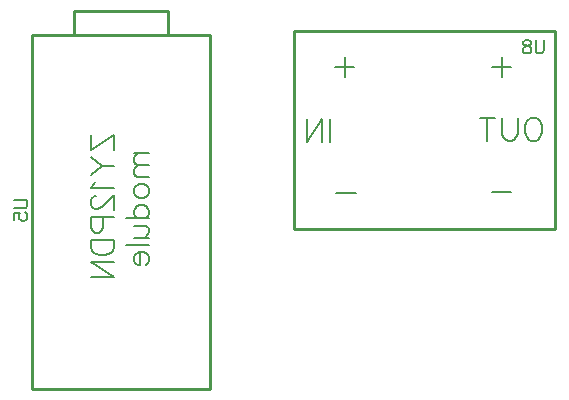
<source format=gbo>
G04 Layer: BottomSilkLayer*
G04 EasyEDA v6.4.21, 2021-08-26T11:40:12+07:00*
G04 98b3a99d5edf45cba19c310b5ac684a5,c12403d6b0f2427aab4c21fec57e8719,10*
G04 Gerber Generator version 0.2*
G04 Scale: 100 percent, Rotated: No, Reflected: No *
G04 Dimensions in millimeters *
G04 leading zeros omitted , absolute positions ,4 integer and 5 decimal *
%FSLAX45Y45*%
%MOMM*%

%ADD10C,0.2540*%
%ADD29C,0.2032*%
%ADD30C,0.1524*%

%LPD*%
D30*
X9652000Y6681215D02*
G01*
X9652000Y6603237D01*
X9646920Y6587744D01*
X9636506Y6577329D01*
X9620758Y6572250D01*
X9610343Y6572250D01*
X9594850Y6577329D01*
X9584436Y6587744D01*
X9579356Y6603237D01*
X9579356Y6681215D01*
X9518904Y6681215D02*
G01*
X9534652Y6676136D01*
X9539731Y6665721D01*
X9539731Y6655308D01*
X9534652Y6644894D01*
X9524238Y6639560D01*
X9503409Y6634479D01*
X9487915Y6629400D01*
X9477502Y6618986D01*
X9472168Y6608571D01*
X9472168Y6592823D01*
X9477502Y6582410D01*
X9482581Y6577329D01*
X9498329Y6572250D01*
X9518904Y6572250D01*
X9534652Y6577329D01*
X9539731Y6582410D01*
X9545065Y6592823D01*
X9545065Y6608571D01*
X9539731Y6618986D01*
X9529318Y6629400D01*
X9513824Y6634479D01*
X9492995Y6639560D01*
X9482581Y6644894D01*
X9477502Y6655308D01*
X9477502Y6665721D01*
X9482581Y6676136D01*
X9498329Y6681215D01*
X9518904Y6681215D01*
D29*
X7835912Y6017153D02*
G01*
X7835912Y5823097D01*
X7774952Y6017153D02*
G01*
X7774952Y5823097D01*
X7774952Y6017153D02*
G01*
X7645666Y5823097D01*
X7645666Y6017153D02*
G01*
X7645666Y5823097D01*
X9580625Y6027038D02*
G01*
X9599168Y6017895D01*
X9617456Y5999353D01*
X9626854Y5980811D01*
X9635997Y5953125D01*
X9635997Y5906896D01*
X9626854Y5879211D01*
X9617456Y5860669D01*
X9599168Y5842380D01*
X9580625Y5832982D01*
X9543541Y5832982D01*
X9525254Y5842380D01*
X9506711Y5860669D01*
X9497568Y5879211D01*
X9488170Y5906896D01*
X9488170Y5953125D01*
X9497568Y5980811D01*
X9506711Y5999353D01*
X9525254Y6017895D01*
X9543541Y6027038D01*
X9580625Y6027038D01*
X9427209Y6027038D02*
G01*
X9427209Y5888609D01*
X9418065Y5860669D01*
X9399524Y5842380D01*
X9371838Y5832982D01*
X9353295Y5832982D01*
X9325609Y5842380D01*
X9307068Y5860669D01*
X9297924Y5888609D01*
X9297924Y6027038D01*
X9172447Y6027038D02*
G01*
X9172447Y5832982D01*
X9236963Y6027038D02*
G01*
X9107677Y6027038D01*
X9292996Y6539255D02*
G01*
X9292996Y6373139D01*
X9376054Y6456197D02*
G01*
X9209684Y6456197D01*
X7962993Y6539255D02*
G01*
X7962993Y6373139D01*
X8046051Y6456197D02*
G01*
X7879684Y6456197D01*
X9375886Y5396229D02*
G01*
X9209770Y5396229D01*
X8055871Y5386230D02*
G01*
X7889755Y5386230D01*
X5814644Y5751598D02*
G01*
X6008700Y5880884D01*
X5814644Y5880884D02*
G01*
X5814644Y5751598D01*
X6008700Y5880884D02*
G01*
X6008700Y5751598D01*
X5814644Y5690638D02*
G01*
X5907100Y5616724D01*
X6008700Y5616724D01*
X5814644Y5542810D02*
G01*
X5907100Y5616724D01*
X5851728Y5481850D02*
G01*
X5842584Y5463308D01*
X5814644Y5435622D01*
X6008700Y5435622D01*
X5860872Y5365518D02*
G01*
X5851728Y5365518D01*
X5833186Y5356120D01*
X5824042Y5346976D01*
X5814644Y5328434D01*
X5814644Y5291604D01*
X5824042Y5273062D01*
X5833186Y5263918D01*
X5851728Y5254520D01*
X5870270Y5254520D01*
X5888558Y5263918D01*
X5916244Y5282206D01*
X6008700Y5374662D01*
X6008700Y5245376D01*
X5814644Y5184416D02*
G01*
X6008700Y5184416D01*
X5814644Y5184416D02*
G01*
X5814644Y5101358D01*
X5824042Y5073418D01*
X5833186Y5064274D01*
X5851728Y5055130D01*
X5879414Y5055130D01*
X5897956Y5064274D01*
X5907100Y5073418D01*
X5916244Y5101358D01*
X5916244Y5184416D01*
X5814644Y4994170D02*
G01*
X6008700Y4994170D01*
X5814644Y4994170D02*
G01*
X5814644Y4929400D01*
X5824042Y4901714D01*
X5842584Y4883172D01*
X5860872Y4874028D01*
X5888558Y4864884D01*
X5934786Y4864884D01*
X5962472Y4874028D01*
X5981014Y4883172D01*
X5999556Y4901714D01*
X6008700Y4929400D01*
X6008700Y4994170D01*
X5814644Y4803924D02*
G01*
X6008700Y4803924D01*
X5814644Y4803924D02*
G01*
X6008700Y4674638D01*
X5814644Y4674638D02*
G01*
X6008700Y4674638D01*
X6179388Y5730885D02*
G01*
X6308674Y5730885D01*
X6216472Y5730885D02*
G01*
X6188532Y5703199D01*
X6179388Y5684657D01*
X6179388Y5656971D01*
X6188532Y5638429D01*
X6216472Y5629285D01*
X6308674Y5629285D01*
X6216472Y5629285D02*
G01*
X6188532Y5601599D01*
X6179388Y5583057D01*
X6179388Y5555371D01*
X6188532Y5536829D01*
X6216472Y5527685D01*
X6308674Y5527685D01*
X6179388Y5420497D02*
G01*
X6188532Y5439039D01*
X6207074Y5457327D01*
X6234760Y5466725D01*
X6253302Y5466725D01*
X6280988Y5457327D01*
X6299530Y5439039D01*
X6308674Y5420497D01*
X6308674Y5392811D01*
X6299530Y5374269D01*
X6280988Y5355727D01*
X6253302Y5346583D01*
X6234760Y5346583D01*
X6207074Y5355727D01*
X6188532Y5374269D01*
X6179388Y5392811D01*
X6179388Y5420497D01*
X6114872Y5174879D02*
G01*
X6308674Y5174879D01*
X6207074Y5174879D02*
G01*
X6188532Y5193167D01*
X6179388Y5211709D01*
X6179388Y5239395D01*
X6188532Y5257937D01*
X6207074Y5276479D01*
X6234760Y5285623D01*
X6253302Y5285623D01*
X6280988Y5276479D01*
X6299530Y5257937D01*
X6308674Y5239395D01*
X6308674Y5211709D01*
X6299530Y5193167D01*
X6280988Y5174879D01*
X6179388Y5113919D02*
G01*
X6271844Y5113919D01*
X6299530Y5104521D01*
X6308674Y5085979D01*
X6308674Y5058293D01*
X6299530Y5040005D01*
X6271844Y5012319D01*
X6179388Y5012319D02*
G01*
X6308674Y5012319D01*
X6114872Y4951359D02*
G01*
X6308674Y4951359D01*
X6234760Y4890399D02*
G01*
X6234760Y4779401D01*
X6216472Y4779401D01*
X6197930Y4788799D01*
X6188532Y4797943D01*
X6179388Y4816485D01*
X6179388Y4844171D01*
X6188532Y4862459D01*
X6207074Y4881001D01*
X6234760Y4890399D01*
X6253302Y4890399D01*
X6280988Y4881001D01*
X6299530Y4862459D01*
X6308674Y4844171D01*
X6308674Y4816485D01*
X6299530Y4797943D01*
X6280988Y4779401D01*
D30*
X5167884Y5334000D02*
G01*
X5245861Y5334000D01*
X5261356Y5328920D01*
X5271770Y5318505D01*
X5276850Y5302757D01*
X5276850Y5292344D01*
X5271770Y5276850D01*
X5261356Y5266436D01*
X5245861Y5261355D01*
X5167884Y5261355D01*
X5167884Y5164581D02*
G01*
X5167884Y5216652D01*
X5214620Y5221731D01*
X5209540Y5216652D01*
X5204206Y5200904D01*
X5204206Y5185410D01*
X5209540Y5169915D01*
X5219700Y5159502D01*
X5235447Y5154168D01*
X5245861Y5154168D01*
X5261356Y5159502D01*
X5271770Y5169915D01*
X5276850Y5185410D01*
X5276850Y5200904D01*
X5271770Y5216652D01*
X5266690Y5221731D01*
X5256275Y5227065D01*
D10*
X9740900Y5086222D02*
G01*
X9740900Y5926962D01*
X9740900Y6762622D01*
X9740900Y5086222D02*
G01*
X8218931Y5086222D01*
X8138159Y5086222D01*
X7606538Y5086222D01*
X7531100Y5086222D01*
X7531204Y5086222D02*
G01*
X7531204Y5926962D01*
X7531204Y6762622D01*
X9740900Y6762617D02*
G01*
X8138159Y6762617D01*
X7606538Y6762617D01*
X7531100Y6762617D01*
X6469799Y6730799D02*
G01*
X6469799Y6930798D01*
X5669800Y6930798D01*
X5669800Y6730799D01*
X5319801Y6730796D02*
G01*
X5319801Y3730802D01*
X6819798Y3730802D01*
X6819798Y6730796D01*
X5319801Y6730796D01*
M02*

</source>
